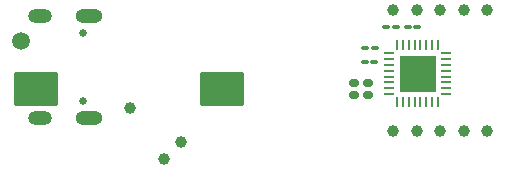
<source format=gbr>
%TF.GenerationSoftware,KiCad,Pcbnew,9.0.4*%
%TF.CreationDate,2025-08-29T23:53:31-07:00*%
%TF.ProjectId,WeatherPill,57656174-6865-4725-9069-6c6c2e6b6963,rev?*%
%TF.SameCoordinates,Original*%
%TF.FileFunction,Soldermask,Bot*%
%TF.FilePolarity,Negative*%
%FSLAX46Y46*%
G04 Gerber Fmt 4.6, Leading zero omitted, Abs format (unit mm)*
G04 Created by KiCad (PCBNEW 9.0.4) date 2025-08-29 23:53:31*
%MOMM*%
%LPD*%
G01*
G04 APERTURE LIST*
G04 Aperture macros list*
%AMRoundRect*
0 Rectangle with rounded corners*
0 $1 Rounding radius*
0 $2 $3 $4 $5 $6 $7 $8 $9 X,Y pos of 4 corners*
0 Add a 4 corners polygon primitive as box body*
4,1,4,$2,$3,$4,$5,$6,$7,$8,$9,$2,$3,0*
0 Add four circle primitives for the rounded corners*
1,1,$1+$1,$2,$3*
1,1,$1+$1,$4,$5*
1,1,$1+$1,$6,$7*
1,1,$1+$1,$8,$9*
0 Add four rect primitives between the rounded corners*
20,1,$1+$1,$2,$3,$4,$5,0*
20,1,$1+$1,$4,$5,$6,$7,0*
20,1,$1+$1,$6,$7,$8,$9,0*
20,1,$1+$1,$8,$9,$2,$3,0*%
G04 Aperture macros list end*
%ADD10C,1.000000*%
%ADD11C,0.650000*%
%ADD12O,2.304000X1.204000*%
%ADD13O,2.004000X1.204000*%
%ADD14C,0.990600*%
%ADD15RoundRect,0.100000X0.217500X0.100000X-0.217500X0.100000X-0.217500X-0.100000X0.217500X-0.100000X0*%
%ADD16RoundRect,0.100000X-0.217500X-0.100000X0.217500X-0.100000X0.217500X0.100000X-0.217500X0.100000X0*%
%ADD17RoundRect,0.062500X-0.375000X-0.062500X0.375000X-0.062500X0.375000X0.062500X-0.375000X0.062500X0*%
%ADD18RoundRect,0.062500X-0.062500X-0.375000X0.062500X-0.375000X0.062500X0.375000X-0.062500X0.375000X0*%
%ADD19R,3.100000X3.100000*%
%ADD20RoundRect,0.160000X0.222500X0.160000X-0.222500X0.160000X-0.222500X-0.160000X0.222500X-0.160000X0*%
%ADD21RoundRect,0.102000X-1.800000X-1.300000X1.800000X-1.300000X1.800000X1.300000X-1.800000X1.300000X0*%
%ADD22C,1.500000*%
G04 APERTURE END LIST*
D10*
%TO.C,L1*%
X51750000Y-67575000D03*
X53750000Y-67575000D03*
X55750000Y-67575000D03*
X57750000Y-67575000D03*
X59750000Y-67575000D03*
X51750000Y-77825000D03*
X53750000Y-77825000D03*
X55750000Y-77825000D03*
X57750000Y-77825000D03*
X59750000Y-77825000D03*
%TD*%
D11*
%TO.C,J2*%
X25524000Y-69500000D03*
X25524000Y-75280000D03*
D12*
X26024000Y-68070000D03*
X26024000Y-76710000D03*
D13*
X21844000Y-68070000D03*
X21844000Y-76710000D03*
%TD*%
D14*
%TO.C,J1*%
X29504936Y-75902962D03*
X33815459Y-78776644D03*
X32378618Y-80213485D03*
%TD*%
D15*
%TO.C,R24*%
X52007500Y-69000000D03*
X51192500Y-69000000D03*
%TD*%
%TO.C,R22*%
X50175000Y-72000000D03*
X49360000Y-72000000D03*
%TD*%
D16*
%TO.C,R23*%
X52992500Y-69000000D03*
X53807500Y-69000000D03*
%TD*%
D17*
%TO.C,U2*%
X51392500Y-74720000D03*
X51392500Y-74220000D03*
X51392500Y-73720000D03*
X51392500Y-73220000D03*
X51392500Y-72720000D03*
X51392500Y-72220000D03*
X51392500Y-71720000D03*
X51392500Y-71220000D03*
D18*
X52080000Y-70532500D03*
X52580000Y-70532500D03*
X53080000Y-70532500D03*
X53580000Y-70532500D03*
X54080000Y-70532500D03*
X54580000Y-70532500D03*
X55080000Y-70532500D03*
X55580000Y-70532500D03*
D17*
X56267500Y-71220000D03*
X56267500Y-71720000D03*
X56267500Y-72220000D03*
X56267500Y-72720000D03*
X56267500Y-73220000D03*
X56267500Y-73720000D03*
X56267500Y-74220000D03*
X56267500Y-74720000D03*
D18*
X55580000Y-75407500D03*
X55080000Y-75407500D03*
X54580000Y-75407500D03*
X54080000Y-75407500D03*
X53580000Y-75407500D03*
X53080000Y-75407500D03*
X52580000Y-75407500D03*
X52080000Y-75407500D03*
D19*
X53830000Y-72970000D03*
%TD*%
D20*
%TO.C,C15*%
X49602500Y-73800000D03*
X48457500Y-73800000D03*
%TD*%
D21*
%TO.C,BT1*%
X37290000Y-74250000D03*
X21500000Y-74250000D03*
%TD*%
D20*
%TO.C,C16*%
X49602500Y-74800000D03*
X48457500Y-74800000D03*
%TD*%
D22*
%TO.C,TP1*%
X20250000Y-70250000D03*
%TD*%
D15*
%TO.C,R21*%
X50207500Y-70800000D03*
X49392500Y-70800000D03*
%TD*%
M02*

</source>
